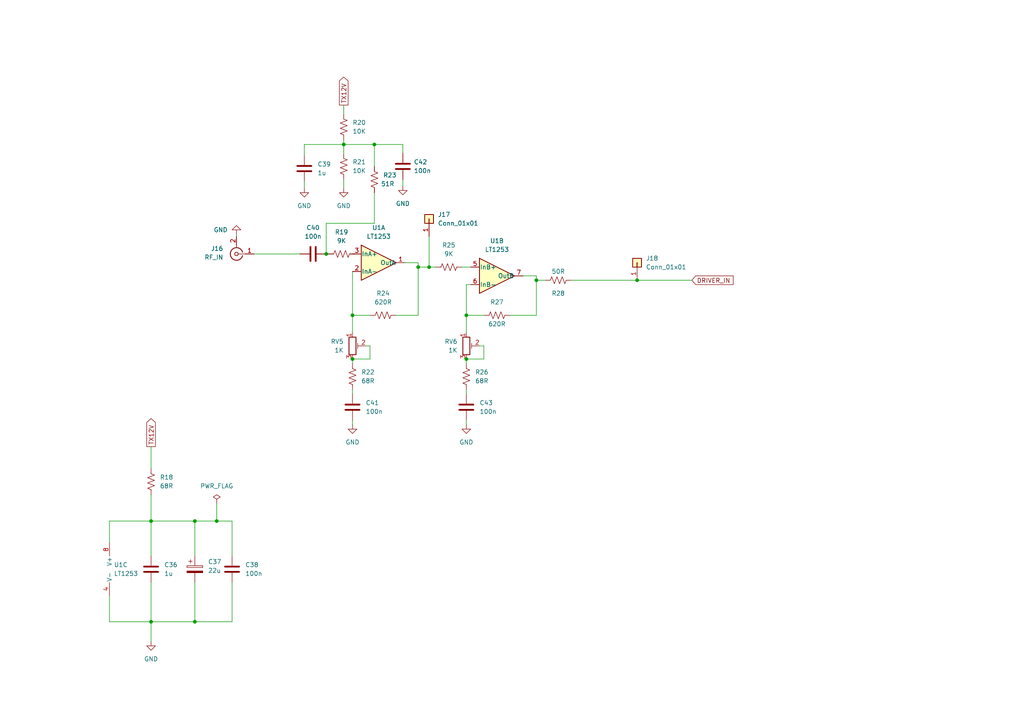
<source format=kicad_sch>
(kicad_sch (version 20211123) (generator eeschema)
  (paper "A4")
  (lib_symbols
    (symbol "Connector:Conn_Coaxial" (pin_names (offset 1.016) hide)
      (property "Reference" "J" (at 0.254 3.048 0))
      (property "Value" "Conn_Coaxial" (at 2.921 0 90))
      (symbol "Conn_Coaxial_0_1"
        (arc (start -1.778 -0.508) (mid 0.2311 -1.8066) (end 1.778 0) (stroke (width 0.254)))
        (polyline (pts (xy -2.54 0) (xy -0.508 0)))
        (polyline (pts (xy 0 -2.54) (xy 0 -1.778)))
        (circle (center 0 0) (radius 0.508) (stroke (width 0.2032)))
        (arc (start 1.778 0) (mid 0.2099 1.8101) (end -1.778 0.508) (stroke (width 0.254)))
      )
      (symbol "Conn_Coaxial_1_1"
        (pin passive line (at -5.08 0 0) (length 2.54) (name "In") (number "1"))
        (pin passive line (at 0 -5.08 90) (length 2.54) (name "Ext") (number "2"))
      )
    )
    (symbol "Connector_Generic:Conn_01x01" (pin_names (offset 1.016) hide)
      (property "Reference" "J" (at 0 2.54 0))
      (property "Value" "Conn_01x01" (at 0 -2.54 0))
      (symbol "Conn_01x01_1_1"
        (rectangle (start -1.27 0.127) (end 0 -0.127) (stroke (width 0.1524)))
        (rectangle (start -1.27 1.27) (end 1.27 -1.27) (stroke (width 0.254)) (fill (type background)))
        (pin passive line (at -5.08 0 0) (length 3.81) (name "Pin_1") (number "1"))
      )
    )
    (symbol "Custom_RF:LT1253" (pin_names (offset 0.127))
      (property "Reference" "U" (at 2.54 6.35 0))
      (property "Value" "LT1253" (at 1.27 -6.35 0))
      (symbol "LT1253_1_1"
        (polyline (pts (xy -5.08 5.08) (xy 5.08 0) (xy -5.08 -5.08) (xy -5.08 5.08)) (stroke (width 0.254)) (fill (type background)))
        (pin output line (at 7.62 0 180) (length 2.54) (name "OutA") (number "1"))
        (pin input line (at -7.62 -2.54 0) (length 2.54) (name "InA-") (number "2"))
        (pin input line (at -7.62 2.54 0) (length 2.54) (name "InA+") (number "3"))
      )
      (symbol "LT1253_2_1"
        (polyline (pts (xy -5.08 5.08) (xy 5.08 0) (xy -5.08 -5.08) (xy -5.08 5.08)) (stroke (width 0.254)) (fill (type background)))
        (pin input line (at -7.62 2.54 0) (length 2.54) (name "InB+") (number "5"))
        (pin input line (at -7.62 -2.54 0) (length 2.54) (name "InB-") (number "6"))
        (pin output line (at 7.62 0 180) (length 2.54) (name "OutB") (number "7"))
      )
      (symbol "LT1253_3_1"
        (pin power_in line (at -2.54 -7.62 90) (length 3.81) (name "V-") (number "4"))
        (pin power_in line (at -2.54 7.62 270) (length 3.81) (name "V+") (number "8"))
      )
    )
    (symbol "Device:C" (pin_numbers hide) (pin_names (offset 0.254))
      (property "Reference" "C" (at 0.635 2.54 0))
      (property "Value" "C" (at 0.635 -2.54 0))
      (symbol "C_0_1"
        (polyline (pts (xy -2.032 -0.762) (xy 2.032 -0.762)) (stroke (width 0.508)))
        (polyline (pts (xy -2.032 0.762) (xy 2.032 0.762)) (stroke (width 0.508)))
      )
      (symbol "C_1_1"
        (pin passive line (at 0 3.81 270) (length 2.794) (name "~") (number "1"))
        (pin passive line (at 0 -3.81 90) (length 2.794) (name "~") (number "2"))
      )
    )
    (symbol "Device:C_Polarized" (pin_numbers hide) (pin_names (offset 0.254))
      (property "Reference" "C" (at 0.635 2.54 0))
      (property "Value" "C_Polarized" (at 0.635 -2.54 0))
      (symbol "C_Polarized_0_1"
        (rectangle (start -2.286 0.508) (end 2.286 1.016))
        (polyline (pts (xy -1.778 2.286) (xy -0.762 2.286)))
        (polyline (pts (xy -1.27 2.794) (xy -1.27 1.778)))
        (rectangle (start 2.286 -0.508) (end -2.286 -1.016) (fill (type outline)))
      )
      (symbol "C_Polarized_1_1"
        (pin passive line (at 0 3.81 270) (length 2.794) (name "~") (number "1"))
        (pin passive line (at 0 -3.81 90) (length 2.794) (name "~") (number "2"))
      )
    )
    (symbol "Device:R_Potentiometer_Trim" (pin_names (offset 1.016) hide)
      (property "Reference" "RV" (at -4.445 0 90))
      (property "Value" "R_Potentiometer_Trim" (at -2.54 0 90))
      (symbol "R_Potentiometer_Trim_0_1"
        (polyline (pts (xy 1.524 0.762) (xy 1.524 -0.762)))
        (polyline (pts (xy 2.54 0) (xy 1.524 0)))
        (rectangle (start 1.016 2.54) (end -1.016 -2.54) (stroke (width 0.254)))
      )
      (symbol "R_Potentiometer_Trim_1_1"
        (pin passive line (at 0 3.81 270) (length 1.27) (name "1") (number "1"))
        (pin passive line (at 3.81 0 180) (length 1.27) (name "2") (number "2"))
        (pin passive line (at 0 -3.81 90) (length 1.27) (name "3") (number "3"))
      )
    )
    (symbol "Device:R_US" (pin_numbers hide) (pin_names (offset 0))
      (property "Reference" "R" (at 2.54 0 90))
      (property "Value" "R_US" (at -2.54 0 90))
      (symbol "R_US_0_1"
        (polyline (pts (xy 0 -2.286) (xy 0 -2.54)))
        (polyline (pts (xy 0 2.286) (xy 0 2.54)))
        (polyline (pts (xy 0 -0.762) (xy 1.016 -1.143) (xy 0 -1.524) (xy -1.016 -1.905) (xy 0 -2.286)))
        (polyline (pts (xy 0 0.762) (xy 1.016 0.381) (xy 0 0) (xy -1.016 -0.381) (xy 0 -0.762)))
        (polyline (pts (xy 0 2.286) (xy 1.016 1.905) (xy 0 1.524) (xy -1.016 1.143) (xy 0 0.762)))
      )
      (symbol "R_US_1_1"
        (pin passive line (at 0 3.81 270) (length 1.27) (name "~") (number "1"))
        (pin passive line (at 0 -3.81 90) (length 1.27) (name "~") (number "2"))
      )
    )
    (symbol "power:GND" (power) (pin_names (offset 0))
      (property "Value" "GND" (at 0 -3.81 0))
      (symbol "GND_0_1"
        (polyline (pts (xy 0 0) (xy 0 -1.27) (xy 1.27 -1.27) (xy 0 -2.54) (xy -1.27 -1.27) (xy 0 -1.27)))
      )
      (symbol "GND_1_1"
        (pin power_in line (at 0 0 270) (length 0) hide (name "GND") (number "1"))
      )
    )
    (symbol "power:PWR_FLAG" (power) (pin_numbers hide) (pin_names (offset 0) hide)
      (property "Value" "PWR_FLAG" (at 0 3.81 0))
      (symbol "PWR_FLAG_0_0"
        (pin power_out line (at 0 0 90) (length 0) (name "pwr") (number "1"))
      )
      (symbol "PWR_FLAG_0_1"
        (polyline (pts (xy 0 0) (xy 0 1.27) (xy -1.016 1.905) (xy 0 2.54) (xy 1.016 1.905) (xy 0 1.27)))
      )
    )
  )
  (junction (at 99.695 41.91))
  (junction (at 135.255 104.14))
  (junction (at 43.815 180.34))
  (junction (at 102.235 104.14))
  (junction (at 43.815 151.13))
  (junction (at 56.515 180.34))
  (junction (at 56.515 151.13))
  (junction (at 135.255 91.44))
  (junction (at 184.785 81.28))
  (junction (at 121.285 77.47))
  (junction (at 62.865 151.13))
  (junction (at 155.575 81.28))
  (junction (at 102.235 91.44))
  (junction (at 124.46 77.47))
  (junction (at 94.615 73.66))
  (junction (at 108.585 41.91))
  (wire (pts (xy 151.765 80.01) (xy 155.575 80.01)))
  (wire (pts (xy 135.255 121.92) (xy 135.255 123.19)))
  (wire (pts (xy 155.575 81.28) (xy 155.575 91.44)))
  (wire (pts (xy 135.255 104.14) (xy 140.335 104.14)))
  (wire (pts (xy 56.515 168.91) (xy 56.515 180.34)))
  (wire (pts (xy 121.285 76.2) (xy 121.285 77.47)))
  (wire (pts (xy 99.695 41.91) (xy 88.265 41.91)))
  (wire (pts (xy 31.75 180.34) (xy 43.815 180.34)))
  (wire (pts (xy 135.255 82.55) (xy 135.255 91.44)))
  (wire (pts (xy 68.58 67.945) (xy 68.58 68.58)))
  (wire (pts (xy 155.575 80.01) (xy 155.575 81.28)))
  (wire (pts (xy 43.815 151.13) (xy 56.515 151.13)))
  (wire (pts (xy 43.815 180.34) (xy 43.815 186.055)))
  (wire (pts (xy 124.46 68.58) (xy 124.46 77.47)))
  (wire (pts (xy 116.84 53.975) (xy 116.84 52.07)))
  (wire (pts (xy 67.31 151.13) (xy 67.31 161.29)))
  (wire (pts (xy 43.815 168.91) (xy 43.815 180.34)))
  (wire (pts (xy 124.46 77.47) (xy 126.365 77.47)))
  (wire (pts (xy 106.045 100.33) (xy 107.315 100.33)))
  (wire (pts (xy 133.985 77.47) (xy 136.525 77.47)))
  (wire (pts (xy 108.585 55.88) (xy 108.585 64.77)))
  (wire (pts (xy 88.265 54.61) (xy 88.265 52.705)))
  (wire (pts (xy 56.515 151.13) (xy 56.515 161.29)))
  (wire (pts (xy 43.815 180.34) (xy 56.515 180.34)))
  (wire (pts (xy 107.315 100.33) (xy 107.315 104.14)))
  (wire (pts (xy 99.695 30.48) (xy 99.695 33.02)))
  (wire (pts (xy 99.695 52.07) (xy 99.695 54.61)))
  (wire (pts (xy 155.575 81.28) (xy 158.115 81.28)))
  (wire (pts (xy 102.235 104.14) (xy 102.235 105.41)))
  (wire (pts (xy 62.865 146.05) (xy 62.865 151.13)))
  (wire (pts (xy 135.255 104.14) (xy 135.255 105.41)))
  (wire (pts (xy 43.815 151.13) (xy 43.815 161.29)))
  (wire (pts (xy 102.235 91.44) (xy 107.315 91.44)))
  (wire (pts (xy 56.515 180.34) (xy 67.31 180.34)))
  (wire (pts (xy 102.235 121.92) (xy 102.235 123.19)))
  (wire (pts (xy 94.615 73.66) (xy 95.25 73.66)))
  (wire (pts (xy 102.235 104.14) (xy 107.315 104.14)))
  (wire (pts (xy 135.255 113.03) (xy 135.255 114.3)))
  (wire (pts (xy 135.255 91.44) (xy 135.255 96.52)))
  (wire (pts (xy 121.285 77.47) (xy 121.285 91.44)))
  (wire (pts (xy 102.235 78.74) (xy 102.235 91.44)))
  (wire (pts (xy 116.84 41.91) (xy 108.585 41.91)))
  (wire (pts (xy 136.525 82.55) (xy 135.255 82.55)))
  (wire (pts (xy 99.695 40.64) (xy 99.695 41.91)))
  (wire (pts (xy 117.475 76.2) (xy 121.285 76.2)))
  (wire (pts (xy 99.695 41.91) (xy 108.585 41.91)))
  (wire (pts (xy 102.235 91.44) (xy 102.235 96.52)))
  (wire (pts (xy 99.695 41.91) (xy 99.695 44.45)))
  (wire (pts (xy 102.235 113.03) (xy 102.235 114.3)))
  (wire (pts (xy 135.255 91.44) (xy 140.335 91.44)))
  (wire (pts (xy 31.75 172.72) (xy 31.75 180.34)))
  (wire (pts (xy 62.865 151.13) (xy 67.31 151.13)))
  (wire (pts (xy 31.75 151.13) (xy 31.75 157.48)))
  (wire (pts (xy 114.935 91.44) (xy 121.285 91.44)))
  (wire (pts (xy 147.955 91.44) (xy 155.575 91.44)))
  (wire (pts (xy 140.335 100.33) (xy 140.335 104.14)))
  (wire (pts (xy 94.615 64.77) (xy 94.615 73.66)))
  (wire (pts (xy 184.785 81.28) (xy 200.66 81.28)))
  (wire (pts (xy 43.815 129.54) (xy 43.815 135.89)))
  (wire (pts (xy 88.265 41.91) (xy 88.265 45.085)))
  (wire (pts (xy 67.31 180.34) (xy 67.31 168.91)))
  (wire (pts (xy 165.735 81.28) (xy 184.785 81.28)))
  (wire (pts (xy 102.87 73.66) (xy 102.235 73.66)))
  (wire (pts (xy 121.285 77.47) (xy 124.46 77.47)))
  (wire (pts (xy 73.66 73.66) (xy 86.995 73.66)))
  (wire (pts (xy 43.815 151.13) (xy 31.75 151.13)))
  (wire (pts (xy 139.065 100.33) (xy 140.335 100.33)))
  (wire (pts (xy 43.815 143.51) (xy 43.815 151.13)))
  (wire (pts (xy 56.515 151.13) (xy 62.865 151.13)))
  (wire (pts (xy 116.84 41.91) (xy 116.84 44.45)))
  (wire (pts (xy 108.585 41.91) (xy 108.585 48.26)))
  (wire (pts (xy 108.585 64.77) (xy 94.615 64.77)))
  (global_label "DRIVER_IN" (shape input) (at 200.66 81.28 0) (property "Intersheet References" "${INTERSHEET_REFS}" (effects hide)))
  (global_label "TX12V" (shape output) (at 43.815 129.54 90) (property "Intersheet References" "${INTERSHEET_REFS}" (effects hide)))
  (global_label "TX12V" (shape output) (at 99.695 30.48 90) (property "Intersheet References" "${INTERSHEET_REFS}" (effects hide)))
  (symbol (lib_id "Custom_RF:LT1253") (at 34.29 165.1 0) (unit 3)
    (property "Reference" "U1" (at 33.02 163.8299 0) (effects (justify left)))
    (property "Value" "LT1253" (at 33.02 166.3699 0) (effects (justify left)))
    (property "Footprint" "Package_DIP:DIP-8_W7.62mm" (effects hide))
    (property "Datasheet" "https://www.analog.com/media/en/technical-documentation/data-sheets/lt1253.pdf" (effects hide))
  )
  (symbol (lib_id "Device:C") (at 88.265 48.895 0) (unit 1)
    (property "Reference" "C39" (at 92.075 47.6249 0) (effects (justify left)))
    (property "Value" "1u" (at 92.075 50.1649 0) (effects (justify left)))
    (property "Footprint" "Capacitor_SMD:C_1206_3216Metric" (effects hide))
  )
  (symbol (lib_id "Device:R_US") (at 135.255 109.22 0) (unit 1)
    (property "Reference" "R26" (at 137.795 107.9499 0) (effects (justify left)))
    (property "Value" "68R" (at 137.795 110.4899 0) (effects (justify left)))
    (property "Footprint" "Resistor_SMD:R_1206_3216Metric" (effects hide))
  )
  (symbol (lib_id "Device:R_US") (at 111.125 91.44 90) (unit 1)
    (property "Reference" "R24" (at 111.125 85.09 90))
    (property "Value" "620R" (at 111.125 87.63 90))
    (property "Footprint" "Resistor_SMD:R_1206_3216Metric" (effects hide))
  )
  (symbol (lib_id "Custom_RF:LT1253") (at 109.855 76.2 0) (unit 1)
    (property "Reference" "U1" (at 109.855 66.04 0))
    (property "Value" "LT1253" (at 109.855 68.58 0))
    (property "Footprint" "Package_DIP:DIP-8_W7.62mm" (effects hide))
    (property "Datasheet" "https://www.analog.com/media/en/technical-documentation/data-sheets/lt1253.pdf" (effects hide))
  )
  (symbol (lib_id "Device:C") (at 90.805 73.66 90) (unit 1)
    (property "Reference" "C40" (at 90.805 66.04 90))
    (property "Value" "100n" (at 90.805 68.58 90))
    (property "Footprint" "Capacitor_SMD:C_1206_3216Metric" (effects hide))
  )
  (symbol (lib_id "Device:R_US") (at 99.06 73.66 90) (unit 1)
    (property "Reference" "R19" (at 99.06 67.31 90))
    (property "Value" "9K" (at 99.06 69.85 90))
    (property "Footprint" "Resistor_SMD:R_1206_3216Metric" (effects hide))
  )
  (symbol (lib_id "power:GND") (at 99.695 54.61 0) (unit 1)
    (property "Reference" "#PWR031" (effects hide))
    (property "Value" "GND" (at 99.695 59.69 0))
  )
  (symbol (lib_id "power:GND") (at 102.235 123.19 0) (unit 1)
    (property "Reference" "#PWR032" (effects hide))
    (property "Value" "GND" (at 102.235 128.27 0))
  )
  (symbol (lib_id "Device:C") (at 43.815 165.1 0) (unit 1)
    (property "Reference" "C36" (at 47.625 163.8299 0) (effects (justify left)))
    (property "Value" "1u" (at 47.625 166.3699 0) (effects (justify left)))
    (property "Footprint" "Capacitor_SMD:C_1206_3216Metric" (effects hide))
  )
  (symbol (lib_id "power:GND") (at 135.255 123.19 0) (unit 1)
    (property "Reference" "#PWR034" (effects hide))
    (property "Value" "GND" (at 135.255 128.27 0))
  )
  (symbol (lib_id "Device:R_Potentiometer_Trim") (at 135.255 100.33 0) (unit 1)
    (property "Reference" "RV6" (at 132.715 99.0599 0) (effects (justify right)))
    (property "Value" "1K" (at 132.715 101.5999 0) (effects (justify right)))
    (property "Footprint" "Potentiometer_THT:Potentiometer_Bourns_3296W_Vertical" (effects hide))
  )
  (symbol (lib_id "Device:C") (at 116.84 48.26 0) (unit 1)
    (property "Reference" "C42" (at 120.015 46.9899 0) (effects (justify left)))
    (property "Value" "100n" (at 120.015 49.5299 0) (effects (justify left)))
    (property "Footprint" "Capacitor_SMD:C_1206_3216Metric" (effects hide))
  )
  (symbol (lib_id "Device:C_Polarized") (at 56.515 165.1 0) (unit 1)
    (property "Reference" "C37" (at 60.325 162.9409 0) (effects (justify left)))
    (property "Value" "22u" (at 60.325 165.4809 0) (effects (justify left)))
    (property "Footprint" "Capacitor_THT:CP_Radial_D8.0mm_P2.50mm" (effects hide))
  )
  (symbol (lib_id "Device:C") (at 67.31 165.1 0) (unit 1)
    (property "Reference" "C38" (at 71.12 163.8299 0) (effects (justify left)))
    (property "Value" "100n" (at 71.12 166.3699 0) (effects (justify left)))
    (property "Footprint" "Capacitor_SMD:C_1206_3216Metric" (effects hide))
  )
  (symbol (lib_id "Connector_Generic:Conn_01x01") (at 124.46 63.5 90) (unit 1)
    (property "Reference" "J17" (at 127 62.2299 90) (effects (justify right)))
    (property "Value" "Conn_01x01" (at 127 64.7699 90) (effects (justify right)))
    (property "Footprint" "Connector_PinHeader_1.00mm:PinHeader_1x01_P1.00mm_Vertical" (effects hide))
  )
  (symbol (lib_id "Device:R_US") (at 130.175 77.47 90) (unit 1)
    (property "Reference" "R25" (at 130.175 71.12 90))
    (property "Value" "9K" (at 130.175 73.66 90))
    (property "Footprint" "Resistor_SMD:R_1206_3216Metric" (effects hide))
  )
  (symbol (lib_id "Device:C") (at 135.255 118.11 0) (unit 1)
    (property "Reference" "C43" (at 139.065 116.8399 0) (effects (justify left)))
    (property "Value" "100n" (at 139.065 119.3799 0) (effects (justify left)))
    (property "Footprint" "Capacitor_SMD:C_1206_3216Metric" (effects hide))
  )
  (symbol (lib_id "power:GND") (at 116.84 53.975 0) (unit 1)
    (property "Reference" "#PWR033" (effects hide))
    (property "Value" "GND" (at 116.84 59.055 0))
  )
  (symbol (lib_id "power:GND") (at 68.58 67.945 180) (unit 1)
    (property "Reference" "#PWR029" (effects hide))
    (property "Value" "GND" (at 66.04 66.6751 0) (effects (justify left)))
  )
  (symbol (lib_id "Device:R_US") (at 161.925 81.28 90) (unit 1)
    (property "Reference" "R28" (at 161.925 85.09 90))
    (property "Value" "50R" (at 161.925 78.74 90))
    (property "Footprint" "Resistor_SMD:R_1206_3216Metric" (effects hide))
  )
  (symbol (lib_id "Device:C") (at 102.235 118.11 0) (unit 1)
    (property "Reference" "C41" (at 106.045 116.8399 0) (effects (justify left)))
    (property "Value" "100n" (at 106.045 119.3799 0) (effects (justify left)))
    (property "Footprint" "Capacitor_SMD:C_1206_3216Metric" (effects hide))
  )
  (symbol (lib_id "power:GND") (at 88.265 54.61 0) (unit 1)
    (property "Reference" "#PWR030" (effects hide))
    (property "Value" "GND" (at 88.265 59.69 0))
  )
  (symbol (lib_id "Connector:Conn_Coaxial") (at 68.58 73.66 180) (unit 1)
    (property "Reference" "J16" (at 64.77 72.0967 0) (effects (justify left)))
    (property "Value" "RF_IN" (at 64.77 74.6367 0) (effects (justify left)))
    (property "Footprint" "Connector_Coaxial:SMA_Amphenol_901-144_Vertical" (effects hide))
    (property "Datasheet" " ~" (effects hide))
  )
  (symbol (lib_id "Device:R_US") (at 43.815 139.7 0) (unit 1)
    (property "Reference" "R18" (at 46.355 138.4299 0) (effects (justify left)))
    (property "Value" "68R" (at 46.355 140.9699 0) (effects (justify left)))
    (property "Footprint" "Resistor_SMD:R_1206_3216Metric" (effects hide))
  )
  (symbol (lib_id "Device:R_US") (at 102.235 109.22 0) (unit 1)
    (property "Reference" "R22" (at 104.775 107.9499 0) (effects (justify left)))
    (property "Value" "68R" (at 104.775 110.4899 0) (effects (justify left)))
    (property "Footprint" "Resistor_SMD:R_1206_3216Metric" (effects hide))
  )
  (symbol (lib_id "power:GND") (at 43.815 186.055 0) (unit 1)
    (property "Reference" "#PWR028" (effects hide))
    (property "Value" "GND" (at 43.815 191.135 0))
  )
  (symbol (lib_id "Device:R_Potentiometer_Trim") (at 102.235 100.33 0) (unit 1)
    (property "Reference" "RV5" (at 99.695 99.0599 0) (effects (justify right)))
    (property "Value" "1K" (at 99.695 101.5999 0) (effects (justify right)))
    (property "Footprint" "Potentiometer_THT:Potentiometer_Bourns_3296W_Vertical" (effects hide))
  )
  (symbol (lib_id "Custom_RF:LT1253") (at 144.145 80.01 0) (unit 2)
    (property "Reference" "U1" (at 144.145 69.85 0))
    (property "Value" "LT1253" (at 144.145 72.39 0))
    (property "Footprint" "Package_DIP:DIP-8_W7.62mm" (effects hide))
    (property "Datasheet" "https://www.analog.com/media/en/technical-documentation/data-sheets/lt1253.pdf" (effects hide))
  )
  (symbol (lib_id "power:PWR_FLAG") (at 62.865 146.05 0) (unit 1)
    (property "Reference" "#FLG05" (effects hide))
    (property "Value" "PWR_FLAG" (at 62.865 140.97 0))
  )
  (symbol (lib_id "Device:R_US") (at 99.695 36.83 0) (unit 1)
    (property "Reference" "R20" (at 102.235 35.5599 0) (effects (justify left)))
    (property "Value" "10K" (at 102.235 38.0999 0) (effects (justify left)))
    (property "Footprint" "Resistor_SMD:R_1206_3216Metric" (effects hide))
  )
  (symbol (lib_id "Device:R_US") (at 108.585 52.07 180) (unit 1)
    (property "Reference" "R23" (at 111.125 50.8 0) (effects (justify right)))
    (property "Value" "51R" (at 110.49 53.34 0) (effects (justify right)))
    (property "Footprint" "Resistor_SMD:R_1206_3216Metric" (effects hide))
  )
  (symbol (lib_id "Device:R_US") (at 144.145 91.44 270) (unit 1)
    (property "Reference" "R27" (at 144.145 87.63 90))
    (property "Value" "620R" (at 144.145 93.98 90))
    (property "Footprint" "Resistor_SMD:R_1206_3216Metric" (effects hide))
  )
  (symbol (lib_id "Device:R_US") (at 99.695 48.26 0) (unit 1)
    (property "Reference" "R21" (at 102.235 46.9899 0) (effects (justify left)))
    (property "Value" "10K" (at 102.235 49.5299 0) (effects (justify left)))
    (property "Footprint" "Resistor_SMD:R_1206_3216Metric" (effects hide))
  )
  (symbol (lib_id "Connector_Generic:Conn_01x01") (at 184.785 76.2 90) (unit 1)
    (property "Reference" "J18" (at 187.325 74.9299 90) (effects (justify right)))
    (property "Value" "Conn_01x01" (at 187.325 77.4699 90) (effects (justify right)))
    (property "Footprint" "Connector_PinHeader_1.00mm:PinHeader_1x01_P1.00mm_Vertical" (effects hide))
  )
)
</source>
